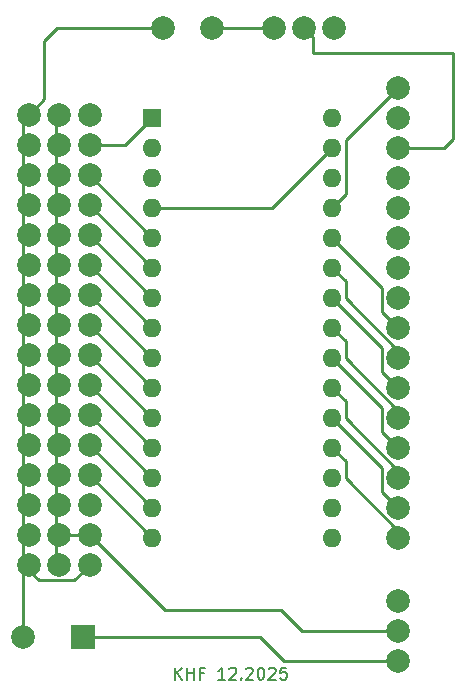
<source format=gbr>
%TF.GenerationSoftware,KiCad,Pcbnew,9.0.6*%
%TF.CreationDate,2025-12-02T14:29:33+01:00*%
%TF.ProjectId,NANO_Shield,4e414e4f-5f53-4686-9965-6c642e6b6963,rev?*%
%TF.SameCoordinates,Original*%
%TF.FileFunction,Copper,L1,Top*%
%TF.FilePolarity,Positive*%
%FSLAX46Y46*%
G04 Gerber Fmt 4.6, Leading zero omitted, Abs format (unit mm)*
G04 Created by KiCad (PCBNEW 9.0.6) date 2025-12-02 14:29:33*
%MOMM*%
%LPD*%
G01*
G04 APERTURE LIST*
%ADD10C,0.150000*%
%TA.AperFunction,NonConductor*%
%ADD11C,0.150000*%
%TD*%
%TA.AperFunction,ComponentPad*%
%ADD12C,2.000000*%
%TD*%
%TA.AperFunction,ComponentPad*%
%ADD13R,1.600000X1.600000*%
%TD*%
%TA.AperFunction,ComponentPad*%
%ADD14O,1.600000X1.600000*%
%TD*%
%TA.AperFunction,ComponentPad*%
%ADD15R,2.000000X2.000000*%
%TD*%
%TA.AperFunction,Conductor*%
%ADD16C,0.250000*%
%TD*%
G04 APERTURE END LIST*
D10*
D11*
X123909524Y-360254819D02*
X123909524Y-359254819D01*
X124480952Y-360254819D02*
X124052381Y-359683390D01*
X124480952Y-359254819D02*
X123909524Y-359826247D01*
X124909524Y-360254819D02*
X124909524Y-359254819D01*
X124909524Y-359731009D02*
X125480952Y-359731009D01*
X125480952Y-360254819D02*
X125480952Y-359254819D01*
X126290476Y-359731009D02*
X125957143Y-359731009D01*
X125957143Y-360254819D02*
X125957143Y-359254819D01*
X125957143Y-359254819D02*
X126433333Y-359254819D01*
X128100000Y-360254819D02*
X127528572Y-360254819D01*
X127814286Y-360254819D02*
X127814286Y-359254819D01*
X127814286Y-359254819D02*
X127719048Y-359397676D01*
X127719048Y-359397676D02*
X127623810Y-359492914D01*
X127623810Y-359492914D02*
X127528572Y-359540533D01*
X128480953Y-359350057D02*
X128528572Y-359302438D01*
X128528572Y-359302438D02*
X128623810Y-359254819D01*
X128623810Y-359254819D02*
X128861905Y-359254819D01*
X128861905Y-359254819D02*
X128957143Y-359302438D01*
X128957143Y-359302438D02*
X129004762Y-359350057D01*
X129004762Y-359350057D02*
X129052381Y-359445295D01*
X129052381Y-359445295D02*
X129052381Y-359540533D01*
X129052381Y-359540533D02*
X129004762Y-359683390D01*
X129004762Y-359683390D02*
X128433334Y-360254819D01*
X128433334Y-360254819D02*
X129052381Y-360254819D01*
X129480953Y-360159580D02*
X129528572Y-360207200D01*
X129528572Y-360207200D02*
X129480953Y-360254819D01*
X129480953Y-360254819D02*
X129433334Y-360207200D01*
X129433334Y-360207200D02*
X129480953Y-360159580D01*
X129480953Y-360159580D02*
X129480953Y-360254819D01*
X129909524Y-359350057D02*
X129957143Y-359302438D01*
X129957143Y-359302438D02*
X130052381Y-359254819D01*
X130052381Y-359254819D02*
X130290476Y-359254819D01*
X130290476Y-359254819D02*
X130385714Y-359302438D01*
X130385714Y-359302438D02*
X130433333Y-359350057D01*
X130433333Y-359350057D02*
X130480952Y-359445295D01*
X130480952Y-359445295D02*
X130480952Y-359540533D01*
X130480952Y-359540533D02*
X130433333Y-359683390D01*
X130433333Y-359683390D02*
X129861905Y-360254819D01*
X129861905Y-360254819D02*
X130480952Y-360254819D01*
X131100000Y-359254819D02*
X131195238Y-359254819D01*
X131195238Y-359254819D02*
X131290476Y-359302438D01*
X131290476Y-359302438D02*
X131338095Y-359350057D01*
X131338095Y-359350057D02*
X131385714Y-359445295D01*
X131385714Y-359445295D02*
X131433333Y-359635771D01*
X131433333Y-359635771D02*
X131433333Y-359873866D01*
X131433333Y-359873866D02*
X131385714Y-360064342D01*
X131385714Y-360064342D02*
X131338095Y-360159580D01*
X131338095Y-360159580D02*
X131290476Y-360207200D01*
X131290476Y-360207200D02*
X131195238Y-360254819D01*
X131195238Y-360254819D02*
X131100000Y-360254819D01*
X131100000Y-360254819D02*
X131004762Y-360207200D01*
X131004762Y-360207200D02*
X130957143Y-360159580D01*
X130957143Y-360159580D02*
X130909524Y-360064342D01*
X130909524Y-360064342D02*
X130861905Y-359873866D01*
X130861905Y-359873866D02*
X130861905Y-359635771D01*
X130861905Y-359635771D02*
X130909524Y-359445295D01*
X130909524Y-359445295D02*
X130957143Y-359350057D01*
X130957143Y-359350057D02*
X131004762Y-359302438D01*
X131004762Y-359302438D02*
X131100000Y-359254819D01*
X131814286Y-359350057D02*
X131861905Y-359302438D01*
X131861905Y-359302438D02*
X131957143Y-359254819D01*
X131957143Y-359254819D02*
X132195238Y-359254819D01*
X132195238Y-359254819D02*
X132290476Y-359302438D01*
X132290476Y-359302438D02*
X132338095Y-359350057D01*
X132338095Y-359350057D02*
X132385714Y-359445295D01*
X132385714Y-359445295D02*
X132385714Y-359540533D01*
X132385714Y-359540533D02*
X132338095Y-359683390D01*
X132338095Y-359683390D02*
X131766667Y-360254819D01*
X131766667Y-360254819D02*
X132385714Y-360254819D01*
X133290476Y-359254819D02*
X132814286Y-359254819D01*
X132814286Y-359254819D02*
X132766667Y-359731009D01*
X132766667Y-359731009D02*
X132814286Y-359683390D01*
X132814286Y-359683390D02*
X132909524Y-359635771D01*
X132909524Y-359635771D02*
X133147619Y-359635771D01*
X133147619Y-359635771D02*
X133242857Y-359683390D01*
X133242857Y-359683390D02*
X133290476Y-359731009D01*
X133290476Y-359731009D02*
X133338095Y-359826247D01*
X133338095Y-359826247D02*
X133338095Y-360064342D01*
X133338095Y-360064342D02*
X133290476Y-360159580D01*
X133290476Y-360159580D02*
X133242857Y-360207200D01*
X133242857Y-360207200D02*
X133147619Y-360254819D01*
X133147619Y-360254819D02*
X132909524Y-360254819D01*
X132909524Y-360254819D02*
X132814286Y-360207200D01*
X132814286Y-360207200D02*
X132766667Y-360159580D01*
D12*
%TO.P,S 9V,1*%
%TO.N,N/C*%
X137380000Y-305100000D03*
%TO.P,S 9V,2*%
%TO.N,Net-(A1-Pad30)*%
X134840000Y-305100000D03*
%TO.P,S 9V,3*%
X132300000Y-305100000D03*
%TD*%
%TO.P,,16*%
%TO.N,Net-(A1-Pad30)*%
X127000000Y-305100000D03*
%TD*%
%TO.P,,16*%
%TO.N,Net-(A1-Pad29)*%
X122900000Y-305100000D03*
%TD*%
D13*
%TO.P,A1,1*%
%TO.N,Net-(A1-Pad1)*%
X121951001Y-312695001D03*
D14*
%TO.P,A1,2*%
%TO.N,Net-(A1-Pad2)*%
X121951001Y-315235001D03*
%TO.P,A1,3*%
%TO.N,Net-(A1-Pad28)*%
X121951001Y-317775001D03*
%TO.P,A1,4*%
%TO.N,Net-(A1-Pad29)*%
X121951001Y-320315001D03*
%TO.P,A1,5*%
%TO.N,Net-(A1-Pad5)*%
X121951001Y-322855001D03*
%TO.P,A1,6*%
%TO.N,Net-(A1-Pad6)*%
X121951001Y-325395001D03*
%TO.P,A1,7*%
%TO.N,Net-(A1-Pad7)*%
X121951001Y-327935001D03*
%TO.P,A1,8*%
%TO.N,Net-(A1-Pad8)*%
X121951001Y-330475001D03*
%TO.P,A1,9*%
%TO.N,Net-(A1-Pad9)*%
X121951001Y-333015001D03*
%TO.P,A1,10*%
%TO.N,Net-(A1-Pad10)*%
X121951001Y-335555001D03*
%TO.P,A1,11*%
%TO.N,Net-(A1-Pad11)*%
X121951001Y-338095001D03*
%TO.P,A1,12*%
%TO.N,Net-(A1-Pad12)*%
X121951001Y-340635001D03*
%TO.P,A1,13*%
%TO.N,Net-(A1-Pad13)*%
X121951001Y-343175001D03*
%TO.P,A1,14*%
%TO.N,Net-(A1-Pad14)*%
X121951001Y-345715001D03*
%TO.P,A1,15*%
%TO.N,Net-(A1-Pad15)*%
X121951001Y-348255001D03*
%TO.P,A1,16*%
%TO.N,Net-(A1-Pad16)*%
X137191001Y-348255001D03*
%TO.P,A1,17*%
%TO.N,Net-(A1-Pad17)*%
X137191001Y-345715001D03*
%TO.P,A1,18*%
%TO.N,Net-(A1-Pad18)*%
X137191001Y-343175001D03*
%TO.P,A1,19*%
%TO.N,Net-(A1-Pad19)*%
X137191001Y-340635001D03*
%TO.P,A1,20*%
%TO.N,Net-(A1-Pad20)*%
X137191001Y-338095001D03*
%TO.P,A1,21*%
%TO.N,Net-(A1-Pad21)*%
X137191001Y-335555001D03*
%TO.P,A1,22*%
%TO.N,Net-(A1-Pad22)*%
X137191001Y-333015001D03*
%TO.P,A1,23*%
%TO.N,Net-(A1-Pad23)*%
X137191001Y-330475001D03*
%TO.P,A1,24*%
%TO.N,Net-(A1-Pad24)*%
X137191001Y-327935001D03*
%TO.P,A1,25*%
%TO.N,Net-(A1-Pad25)*%
X137191001Y-325395001D03*
%TO.P,A1,26*%
%TO.N,Net-(A1-Pad26)*%
X137191001Y-322855001D03*
%TO.P,A1,27*%
%TO.N,Net-(A1-Pad27)*%
X137191001Y-320315001D03*
%TO.P,A1,28*%
%TO.N,Net-(A1-Pad28)*%
X137191001Y-317775001D03*
%TO.P,A1,29*%
%TO.N,Net-(A1-Pad29)*%
X137191001Y-315235001D03*
%TO.P,A1,30*%
%TO.N,Net-(A1-Pad30)*%
X137191001Y-312695001D03*
%TD*%
D12*
%TO.P,J2,1*%
%TO.N,Net-(A1-Pad27)*%
X114046000Y-312420000D03*
%TO.P,J2,2*%
X114046000Y-314960000D03*
%TO.P,J2,3*%
X114046000Y-317500000D03*
%TO.P,J2,4*%
X114046000Y-320040000D03*
%TO.P,J2,5*%
X114046000Y-322580000D03*
%TO.P,J2,6*%
X114046000Y-325120000D03*
%TO.P,J2,7*%
X114046000Y-327660000D03*
%TO.P,J2,8*%
X114046000Y-330200000D03*
%TO.P,J2,9*%
X114046000Y-332740000D03*
%TO.P,J2,10*%
X114046000Y-335280000D03*
%TO.P,J2,11*%
X114046000Y-337820000D03*
%TO.P,J2,12*%
X114046000Y-340360000D03*
%TO.P,J2,13*%
X114046000Y-342900000D03*
%TO.P,J2,14*%
X114046000Y-345440000D03*
%TO.P,J2,15*%
X114046000Y-347980000D03*
%TO.P,J2,16*%
X114046000Y-350520000D03*
%TD*%
%TO.P,J3,1*%
%TO.N,Net-(A1-Pad2)*%
X116650000Y-312430000D03*
%TO.P,J3,2*%
%TO.N,Net-(A1-Pad1)*%
X116650000Y-314970000D03*
%TO.P,J3,3*%
%TO.N,Net-(A1-Pad5)*%
X116650000Y-317510000D03*
%TO.P,J3,4*%
%TO.N,Net-(A1-Pad6)*%
X116650000Y-320050000D03*
%TO.P,J3,5*%
%TO.N,Net-(A1-Pad7)*%
X116650000Y-322590000D03*
%TO.P,J3,6*%
%TO.N,Net-(A1-Pad8)*%
X116650000Y-325130000D03*
%TO.P,J3,7*%
%TO.N,Net-(A1-Pad9)*%
X116650000Y-327670000D03*
%TO.P,J3,8*%
%TO.N,Net-(A1-Pad10)*%
X116650000Y-330210000D03*
%TO.P,J3,9*%
%TO.N,Net-(A1-Pad11)*%
X116650000Y-332750000D03*
%TO.P,J3,10*%
%TO.N,Net-(A1-Pad12)*%
X116650000Y-335290000D03*
%TO.P,J3,11*%
%TO.N,Net-(A1-Pad13)*%
X116650000Y-337830000D03*
%TO.P,J3,12*%
%TO.N,Net-(A1-Pad14)*%
X116650000Y-340370000D03*
%TO.P,J3,13*%
%TO.N,Net-(A1-Pad15)*%
X116650000Y-342910000D03*
%TO.P,J3,14*%
%TO.N,Net-(A1-Pad16)*%
X116650000Y-345450000D03*
%TO.P,J3,15*%
%TO.N,Net-(A1-Pad27)*%
X116650000Y-347990000D03*
%TO.P,J3,16*%
%TO.N,Net-(A1-Pad29)*%
X116650000Y-350530000D03*
%TD*%
%TO.P,J4,1*%
%TO.N,Net-(A1-Pad19)*%
X142748000Y-348234000D03*
%TO.P,J4,2*%
%TO.N,Net-(A1-Pad20)*%
X142748000Y-345694000D03*
%TO.P,J4,3*%
%TO.N,Net-(A1-Pad21)*%
X142748000Y-343154000D03*
%TO.P,J4,4*%
%TO.N,Net-(A1-Pad22)*%
X142748000Y-340614000D03*
%TO.P,J4,5*%
%TO.N,Net-(A1-Pad23)*%
X142748000Y-338074000D03*
%TO.P,J4,6*%
%TO.N,Net-(A1-Pad24)*%
X142748000Y-335534000D03*
%TO.P,J4,7*%
%TO.N,Net-(A1-Pad25)*%
X142748000Y-332994000D03*
%TO.P,J4,8*%
%TO.N,Net-(A1-Pad26)*%
X142748000Y-330454000D03*
%TO.P,J4,9*%
%TO.N,Net-(A1-Pad18)*%
X142748000Y-327914000D03*
%TO.P,J4,10*%
%TO.N,Net-(A1-Pad28)*%
X142748000Y-325374000D03*
%TO.P,J4,11*%
%TO.N,Net-(J4-Pad11)*%
X142748000Y-322834000D03*
%TO.P,J4,12*%
%TO.N,Net-(J4-Pad12)*%
X142748000Y-320294000D03*
%TO.P,J4,13*%
%TO.N,Net-(J4-Pad13)*%
X142748000Y-317754000D03*
%TO.P,J4,14*%
%TO.N,Net-(A1-Pad30)*%
X142748000Y-315214000D03*
%TO.P,J4,15*%
%TO.N,Net-(A1-Pad17)*%
X142748000Y-312674000D03*
%TO.P,J4,16*%
%TO.N,Net-(A1-Pad27)*%
X142748000Y-310134000D03*
%TD*%
%TO.P,S 5V,1*%
%TO.N,Net-(S1-Pad1)*%
X142748000Y-358648000D03*
%TO.P,S 5V,2*%
%TO.N,Net-(A1-Pad27)*%
X142748000Y-356108000D03*
%TO.P,S 5V,3*%
%TO.N,Net-(S1-Pad3)*%
X142748000Y-353568000D03*
%TD*%
%TO.P,GND,1*%
%TO.N,Net-(A1-Pad29)*%
X110998000Y-356616000D03*
D15*
%TO.P,GND,2*%
%TO.N,Net-(S1-Pad1)*%
X116078000Y-356616000D03*
%TD*%
D12*
%TO.P,J1,1*%
%TO.N,Net-(A1-Pad29)*%
X111506000Y-350520000D03*
%TO.P,J1,2*%
X111506000Y-347980000D03*
%TO.P,J1,3*%
X111506000Y-345440000D03*
%TO.P,J1,4*%
X111506000Y-342900000D03*
%TO.P,J1,5*%
X111506000Y-340360000D03*
%TO.P,J1,6*%
X111506000Y-337820000D03*
%TO.P,J1,7*%
X111506000Y-335280000D03*
%TO.P,J1,8*%
X111506000Y-332740000D03*
%TO.P,J1,9*%
X111506000Y-330200000D03*
%TO.P,J1,10*%
X111506000Y-327660000D03*
%TO.P,J1,11*%
X111506000Y-325120000D03*
%TO.P,J1,12*%
X111506000Y-322580000D03*
%TO.P,J1,13*%
X111506000Y-320040000D03*
%TO.P,J1,14*%
X111506000Y-317500000D03*
%TO.P,J1,15*%
X111506000Y-314960000D03*
%TO.P,J1,16*%
X111506000Y-312420000D03*
%TD*%
D16*
%TO.N,Net-(A1-Pad30)*%
X135600000Y-305860000D02*
X134840000Y-305100000D01*
X135600000Y-307200000D02*
X135600000Y-305860000D01*
X147400000Y-307200000D02*
X135600000Y-307200000D01*
X147400000Y-314500000D02*
X146686000Y-315214000D01*
X146686000Y-315214000D02*
X142748000Y-315214000D01*
X147400000Y-307200000D02*
X147400000Y-314500000D01*
%TO.N,Net-(A1-Pad29)*%
X112800000Y-306200000D02*
X113900000Y-305100000D01*
X112800000Y-311126000D02*
X112800000Y-306200000D01*
X111506000Y-312420000D02*
X112800000Y-311126000D01*
X113900000Y-305100000D02*
X122900000Y-305100000D01*
%TO.N,Net-(A1-Pad30)*%
X127000000Y-305100000D02*
X132300000Y-305100000D01*
%TO.N,Net-(A1-Pad1)*%
X119676002Y-314970000D02*
X121951001Y-312695001D01*
X116650000Y-314970000D02*
X119676002Y-314970000D01*
%TO.N,Net-(A1-Pad19)*%
X142748000Y-347655002D02*
X138316002Y-343223004D01*
X138316002Y-341760002D02*
X137191001Y-340635001D01*
X138316002Y-343223004D02*
X138316002Y-341760002D01*
X142748000Y-348234000D02*
X142748000Y-347655002D01*
%TO.N,Net-(A1-Pad29)*%
X110998000Y-356616000D02*
X110998000Y-350520000D01*
X110998000Y-337820000D02*
X110998000Y-335280000D01*
X110998000Y-322580000D02*
X110998000Y-325120000D01*
X110998000Y-317500000D02*
X110998000Y-314960000D01*
X110998000Y-347980000D02*
X110998000Y-350520000D01*
X110998000Y-347980000D02*
X110998000Y-345440000D01*
X115334999Y-351845001D02*
X116650000Y-350530000D01*
X110998000Y-312420000D02*
X110998000Y-314960000D01*
X132111001Y-320315001D02*
X137191001Y-315235001D01*
X110998000Y-320040000D02*
X110998000Y-322580000D01*
X110998000Y-342900000D02*
X110998000Y-340360000D01*
X110998000Y-317500000D02*
X110998000Y-320040000D01*
X110998000Y-332740000D02*
X110998000Y-330200000D01*
X110998000Y-327660000D02*
X110998000Y-325120000D01*
X110998000Y-330200000D02*
X110998000Y-327660000D01*
X112323001Y-351845001D02*
X115334999Y-351845001D01*
X110998000Y-345440000D02*
X110998000Y-342900000D01*
X110998000Y-340360000D02*
X110998000Y-337820000D01*
X121951001Y-320315001D02*
X132111001Y-320315001D01*
X110998000Y-335280000D02*
X110998000Y-332740000D01*
X110998000Y-350520000D02*
X112323001Y-351845001D01*
%TO.N,Net-(A1-Pad20)*%
X141422999Y-342326999D02*
X137191001Y-338095001D01*
X142748000Y-345694000D02*
X141422999Y-344368999D01*
X141422999Y-344368999D02*
X141422999Y-342326999D01*
%TO.N,Net-(A1-Pad5)*%
X116650000Y-317554000D02*
X116650000Y-317510000D01*
X121951001Y-322855001D02*
X116650000Y-317554000D01*
%TO.N,Net-(A1-Pad21)*%
X142748000Y-343154000D02*
X142748000Y-342575002D01*
X142748000Y-342575002D02*
X138316002Y-338143004D01*
X138316002Y-336680002D02*
X137191001Y-335555001D01*
X138316002Y-338143004D02*
X138316002Y-336680002D01*
%TO.N,Net-(A1-Pad6)*%
X121951001Y-325395001D02*
X116650000Y-320094000D01*
X116650000Y-320094000D02*
X116650000Y-320050000D01*
%TO.N,Net-(A1-Pad22)*%
X141422999Y-337246999D02*
X137191001Y-333015001D01*
X142748000Y-340614000D02*
X141422999Y-339288999D01*
X141422999Y-339288999D02*
X141422999Y-337246999D01*
%TO.N,Net-(A1-Pad7)*%
X121951001Y-327935001D02*
X116650000Y-322634000D01*
X116650000Y-322634000D02*
X116650000Y-322590000D01*
%TO.N,Net-(A1-Pad23)*%
X142748000Y-337495002D02*
X138316002Y-333063004D01*
X138316002Y-331600002D02*
X137191001Y-330475001D01*
X138316002Y-333063004D02*
X138316002Y-331600002D01*
X142748000Y-338074000D02*
X142748000Y-337495002D01*
%TO.N,Net-(A1-Pad8)*%
X116650000Y-325174000D02*
X116650000Y-325130000D01*
X121951001Y-330475001D02*
X116650000Y-325174000D01*
%TO.N,Net-(A1-Pad24)*%
X141422999Y-332166999D02*
X137191001Y-327935001D01*
X142748000Y-335534000D02*
X141422999Y-334208999D01*
X141422999Y-334208999D02*
X141422999Y-332166999D01*
%TO.N,Net-(A1-Pad9)*%
X116650000Y-327714000D02*
X116650000Y-327670000D01*
X121951001Y-333015001D02*
X116650000Y-327714000D01*
%TO.N,Net-(A1-Pad25)*%
X142748000Y-332994000D02*
X142748000Y-332415002D01*
X138316002Y-327983004D02*
X138316002Y-326520002D01*
X138316002Y-326520002D02*
X137191001Y-325395001D01*
X142748000Y-332415002D02*
X138316002Y-327983004D01*
%TO.N,Net-(A1-Pad10)*%
X116650000Y-330254000D02*
X116650000Y-330210000D01*
X121951001Y-335555001D02*
X116650000Y-330254000D01*
%TO.N,Net-(A1-Pad26)*%
X141422999Y-327086999D02*
X137191001Y-322855001D01*
X141422999Y-329128999D02*
X141422999Y-327086999D01*
X142748000Y-330454000D02*
X141422999Y-329128999D01*
%TO.N,Net-(A1-Pad11)*%
X116650000Y-332794000D02*
X116650000Y-332750000D01*
X121951001Y-338095001D02*
X116650000Y-332794000D01*
%TO.N,Net-(A1-Pad27)*%
X113792000Y-350520000D02*
X113792000Y-347980000D01*
X113792000Y-327660000D02*
X113792000Y-325120000D01*
X132842000Y-354330000D02*
X122990000Y-354330000D01*
X113792000Y-314960000D02*
X113792000Y-312420000D01*
X113792000Y-332740000D02*
X113792000Y-330200000D01*
X134620000Y-356108000D02*
X132842000Y-354330000D01*
X113792000Y-325120000D02*
X113792000Y-322580000D01*
X113792000Y-347980000D02*
X116640000Y-347980000D01*
X113792000Y-317500000D02*
X113792000Y-314960000D01*
X138316002Y-314565998D02*
X138316002Y-319190000D01*
X142748000Y-356108000D02*
X134620000Y-356108000D01*
X122990000Y-354330000D02*
X116650000Y-347990000D01*
X113792000Y-342900000D02*
X113792000Y-340360000D01*
X113792000Y-340360000D02*
X113792000Y-337820000D01*
X138316002Y-319190000D02*
X137191001Y-320315001D01*
X113792000Y-347980000D02*
X113792000Y-345440000D01*
X113792000Y-337820000D02*
X113792000Y-335280000D01*
X116640000Y-347980000D02*
X116650000Y-347990000D01*
X113792000Y-322580000D02*
X113792000Y-320040000D01*
X142748000Y-310134000D02*
X138316002Y-314565998D01*
X113792000Y-345440000D02*
X113792000Y-342900000D01*
X113792000Y-335280000D02*
X113792000Y-332740000D01*
X113792000Y-330200000D02*
X113792000Y-327660000D01*
X113792000Y-320040000D02*
X113792000Y-317500000D01*
%TO.N,Net-(A1-Pad12)*%
X116650000Y-335334000D02*
X116650000Y-335290000D01*
X121951001Y-340635001D02*
X116650000Y-335334000D01*
%TO.N,Net-(A1-Pad13)*%
X121951001Y-343175001D02*
X116650000Y-337874000D01*
X116650000Y-337874000D02*
X116650000Y-337830000D01*
%TO.N,Net-(A1-Pad14)*%
X116650000Y-340414000D02*
X116650000Y-340370000D01*
X121951001Y-345715001D02*
X116650000Y-340414000D01*
%TO.N,Net-(A1-Pad15)*%
X121951001Y-348255001D02*
X116650000Y-342954000D01*
X116650000Y-342954000D02*
X116650000Y-342910000D01*
%TO.N,Net-(S1-Pad1)*%
X116078000Y-356616000D02*
X131064000Y-356616000D01*
X131064000Y-356616000D02*
X133096000Y-358648000D01*
X133096000Y-358648000D02*
X142748000Y-358648000D01*
%TD*%
M02*

</source>
